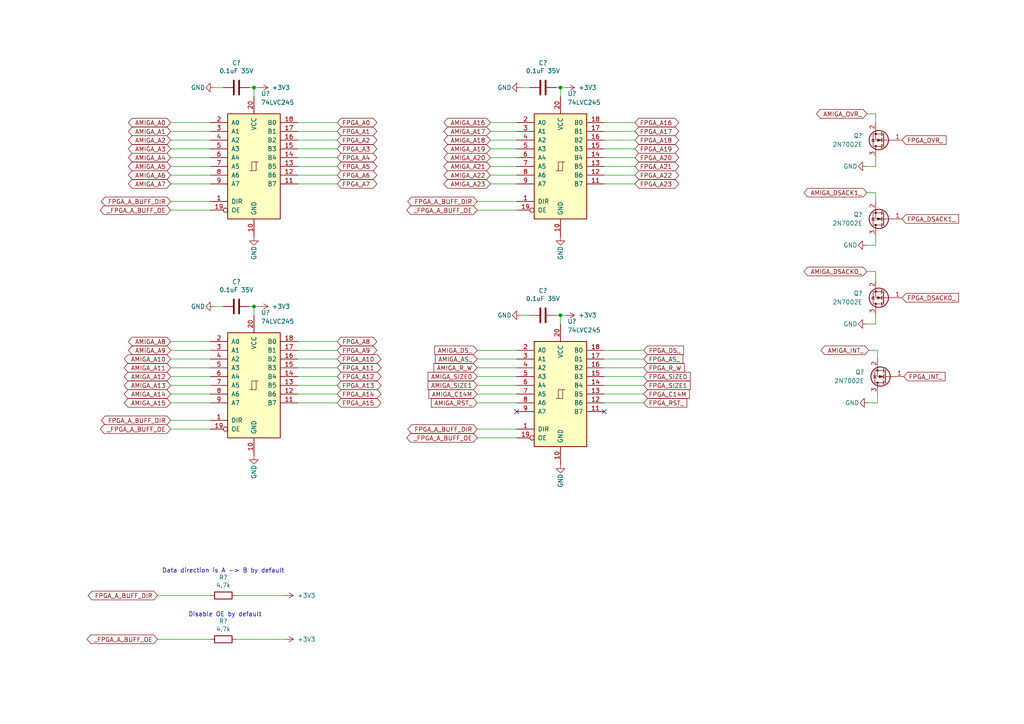
<source format=kicad_sch>
(kicad_sch (version 20211123) (generator eeschema)
  (paper "A4")
  (lib_symbols
    (symbol "Device:C" (pin_numbers hide) (pin_names (offset 0.254))
      (property "Reference" "C" (at 0.635 2.54 0))
      (property "Value" "C" (at 0.635 -2.54 0))
      (symbol "C_0_1"
        (polyline (pts (xy -2.032 -0.762) (xy 2.032 -0.762)) (stroke (width 0.508)))
        (polyline (pts (xy -2.032 0.762) (xy 2.032 0.762)) (stroke (width 0.508)))
      )
      (symbol "C_1_1"
        (pin passive line (at 0 3.81 270) (length 2.794) (name "~") (number "1"))
        (pin passive line (at 0 -3.81 90) (length 2.794) (name "~") (number "2"))
      )
    )
    (symbol "Device:R" (pin_numbers hide) (pin_names (offset 0))
      (property "Reference" "R" (at 2.032 0 90))
      (property "Value" "R" (at 0 0 90))
      (symbol "R_0_1"
        (rectangle (start -1.016 -2.54) (end 1.016 2.54) (stroke (width 0.254)))
      )
      (symbol "R_1_1"
        (pin passive line (at 0 3.81 270) (length 1.27) (name "~") (number "1"))
        (pin passive line (at 0 -3.81 90) (length 1.27) (name "~") (number "2"))
      )
    )
    (symbol "FreeVision:74LVC245" (pin_names (offset 1.016))
      (property "Reference" "U" (at -7.62 16.51 0))
      (property "Value" "74LVC245" (at -7.62 -16.51 0))
      (symbol "74LVC245_1_0"
        (polyline (pts (xy -0.635 -1.27) (xy -0.635 1.27) (xy 0.635 1.27)))
        (polyline (pts (xy -1.27 -1.27) (xy 0.635 -1.27) (xy 0.635 1.27) (xy 1.27 1.27)))
        (pin input line (at -12.7 -10.16 0) (length 5.08) (name "DIR") (number "1"))
        (pin power_in line (at 0 -20.32 90) (length 5.08) (name "GND") (number "10"))
        (pin tri_state line (at 12.7 -5.08 180) (length 5.08) (name "B7") (number "11"))
        (pin tri_state line (at 12.7 -2.54 180) (length 5.08) (name "B6") (number "12"))
        (pin tri_state line (at 12.7 0 180) (length 5.08) (name "B5") (number "13"))
        (pin tri_state line (at 12.7 2.54 180) (length 5.08) (name "B4") (number "14"))
        (pin tri_state line (at 12.7 5.08 180) (length 5.08) (name "B3") (number "15"))
        (pin tri_state line (at 12.7 7.62 180) (length 5.08) (name "B2") (number "16"))
        (pin tri_state line (at 12.7 10.16 180) (length 5.08) (name "B1") (number "17"))
        (pin tri_state line (at 12.7 12.7 180) (length 5.08) (name "B0") (number "18"))
        (pin input inverted (at -12.7 -12.7 0) (length 5.08) (name "OE") (number "19"))
        (pin tri_state line (at -12.7 12.7 0) (length 5.08) (name "A0") (number "2"))
        (pin power_in line (at 0 20.32 270) (length 5.08) (name "VCC") (number "20"))
        (pin tri_state line (at -12.7 10.16 0) (length 5.08) (name "A1") (number "3"))
        (pin tri_state line (at -12.7 7.62 0) (length 5.08) (name "A2") (number "4"))
        (pin tri_state line (at -12.7 5.08 0) (length 5.08) (name "A3") (number "5"))
        (pin tri_state line (at -12.7 2.54 0) (length 5.08) (name "A4") (number "6"))
        (pin tri_state line (at -12.7 0 0) (length 5.08) (name "A5") (number "7"))
        (pin tri_state line (at -12.7 -2.54 0) (length 5.08) (name "A6") (number "8"))
        (pin tri_state line (at -12.7 -5.08 0) (length 5.08) (name "A7") (number "9"))
      )
      (symbol "74LVC245_1_1"
        (rectangle (start -7.62 15.24) (end 7.62 -15.24) (stroke (width 0.254)) (fill (type background)))
      )
    )
    (symbol "Transistor_FET:2N7002E" (pin_names hide)
      (property "Reference" "Q" (at 5.08 1.905 0))
      (property "Value" "2N7002E" (at 5.08 0 0))
      (symbol "2N7002E_0_1"
        (polyline (pts (xy 0.254 0) (xy -2.54 0)))
        (polyline (pts (xy 0.254 1.905) (xy 0.254 -1.905)) (stroke (width 0.254)))
        (polyline (pts (xy 0.762 -1.27) (xy 0.762 -2.286)) (stroke (width 0.254)))
        (polyline (pts (xy 0.762 0.508) (xy 0.762 -0.508)) (stroke (width 0.254)))
        (polyline (pts (xy 0.762 2.286) (xy 0.762 1.27)) (stroke (width 0.254)))
        (polyline (pts (xy 2.54 2.54) (xy 2.54 1.778)))
        (polyline (pts (xy 2.54 -2.54) (xy 2.54 0) (xy 0.762 0)))
        (polyline (pts (xy 0.762 -1.778) (xy 3.302 -1.778) (xy 3.302 1.778) (xy 0.762 1.778)))
        (polyline (pts (xy 1.016 0) (xy 2.032 0.381) (xy 2.032 -0.381) (xy 1.016 0)) (fill (type outline)))
        (polyline (pts (xy 2.794 0.508) (xy 2.921 0.381) (xy 3.683 0.381) (xy 3.81 0.254)))
        (polyline (pts (xy 3.302 0.381) (xy 2.921 -0.254) (xy 3.683 -0.254) (xy 3.302 0.381)))
        (circle (center 1.651 0) (radius 2.794) (stroke (width 0.254)))
        (circle (center 2.54 -1.778) (radius 0.254) (fill (type outline)))
        (circle (center 2.54 1.778) (radius 0.254) (fill (type outline)))
      )
      (symbol "2N7002E_1_1"
        (pin input line (at -5.08 0 0) (length 2.54) (name "G") (number "1"))
        (pin passive line (at 2.54 -5.08 90) (length 2.54) (name "S") (number "2"))
        (pin passive line (at 2.54 5.08 270) (length 2.54) (name "D") (number "3"))
      )
    )
    (symbol "power:+3V3" (power) (pin_names (offset 0))
      (property "Value" "+3V3" (at 0 3.556 0))
      (symbol "+3V3_0_1"
        (polyline (pts (xy -0.762 1.27) (xy 0 2.54)))
        (polyline (pts (xy 0 0) (xy 0 2.54)))
        (polyline (pts (xy 0 2.54) (xy 0.762 1.27)))
      )
      (symbol "+3V3_1_1"
        (pin power_in line (at 0 0 90) (length 0) hide (name "+3V3") (number "1"))
      )
    )
    (symbol "power:GND" (power) (pin_names (offset 0))
      (property "Value" "GND" (at 0 -3.81 0))
      (symbol "GND_0_1"
        (polyline (pts (xy 0 0) (xy 0 -1.27) (xy 1.27 -1.27) (xy 0 -2.54) (xy -1.27 -1.27) (xy 0 -1.27)))
      )
      (symbol "GND_1_1"
        (pin power_in line (at 0 0 270) (length 0) hide (name "GND") (number "1"))
      )
    )
  )
  (junction (at 162.56 25.4))
  (junction (at 162.56 91.44))
  (junction (at 73.66 88.9))
  (junction (at 73.66 25.4))
  (no_connect (at 149.86 119.38))
  (no_connect (at 175.26 119.38))
  (wire (pts (xy 49.53 114.3) (xy 60.96 114.3)))
  (wire (pts (xy 49.53 99.06) (xy 60.96 99.06)))
  (wire (pts (xy 254 33.02) (xy 254 35.56)))
  (wire (pts (xy 175.26 104.14) (xy 186.69 104.14)))
  (wire (pts (xy 138.43 106.68) (xy 149.86 106.68)))
  (wire (pts (xy 161.29 25.4) (xy 162.56 25.4)))
  (wire (pts (xy 151.13 25.4) (xy 153.67 25.4)))
  (wire (pts (xy 86.36 106.68) (xy 97.79 106.68)))
  (wire (pts (xy 49.53 124.46) (xy 60.96 124.46)))
  (wire (pts (xy 142.24 45.72) (xy 149.86 45.72)))
  (wire (pts (xy 251.46 55.88) (xy 254 55.88)))
  (wire (pts (xy 175.26 35.56) (xy 184.15 35.56)))
  (wire (pts (xy 138.43 60.96) (xy 149.86 60.96)))
  (wire (pts (xy 138.43 124.46) (xy 149.86 124.46)))
  (wire (pts (xy 142.24 35.56) (xy 149.86 35.56)))
  (wire (pts (xy 251.968 101.6) (xy 254.508 101.6)))
  (wire (pts (xy 86.36 40.64) (xy 97.79 40.64)))
  (wire (pts (xy 49.53 48.26) (xy 60.96 48.26)))
  (wire (pts (xy 138.43 127) (xy 149.86 127)))
  (wire (pts (xy 254.508 114.3) (xy 254.508 116.84)))
  (wire (pts (xy 72.39 25.4) (xy 73.66 25.4)))
  (wire (pts (xy 142.24 53.34) (xy 149.86 53.34)))
  (wire (pts (xy 82.55 185.42) (xy 68.58 185.42)))
  (wire (pts (xy 142.24 40.64) (xy 149.86 40.64)))
  (wire (pts (xy 162.56 91.44) (xy 164.084 91.44)))
  (wire (pts (xy 86.36 48.26) (xy 97.79 48.26)))
  (wire (pts (xy 138.43 116.84) (xy 149.86 116.84)))
  (wire (pts (xy 45.72 172.72) (xy 60.96 172.72)))
  (wire (pts (xy 162.56 25.4) (xy 162.56 27.94)))
  (wire (pts (xy 142.24 38.1) (xy 149.86 38.1)))
  (wire (pts (xy 254 91.44) (xy 254 93.98)))
  (wire (pts (xy 86.36 45.72) (xy 97.79 45.72)))
  (wire (pts (xy 254 68.58) (xy 254 71.12)))
  (wire (pts (xy 175.26 101.6) (xy 186.69 101.6)))
  (wire (pts (xy 138.43 101.6) (xy 149.86 101.6)))
  (wire (pts (xy 254 71.12) (xy 251.46 71.12)))
  (wire (pts (xy 254 93.98) (xy 251.46 93.98)))
  (wire (pts (xy 86.36 35.56) (xy 97.79 35.56)))
  (wire (pts (xy 142.24 43.18) (xy 149.86 43.18)))
  (wire (pts (xy 142.24 48.26) (xy 149.86 48.26)))
  (wire (pts (xy 62.23 88.9) (xy 64.77 88.9)))
  (wire (pts (xy 175.26 38.1) (xy 184.15 38.1)))
  (wire (pts (xy 138.43 109.22) (xy 149.86 109.22)))
  (wire (pts (xy 49.53 60.96) (xy 60.96 60.96)))
  (wire (pts (xy 49.53 58.42) (xy 60.96 58.42)))
  (wire (pts (xy 49.53 40.64) (xy 60.96 40.64)))
  (wire (pts (xy 138.43 111.76) (xy 149.86 111.76)))
  (wire (pts (xy 86.36 50.8) (xy 97.79 50.8)))
  (wire (pts (xy 60.96 185.42) (xy 45.72 185.42)))
  (wire (pts (xy 251.46 78.74) (xy 254 78.74)))
  (wire (pts (xy 175.26 40.64) (xy 184.15 40.64)))
  (wire (pts (xy 175.26 106.68) (xy 186.69 106.68)))
  (wire (pts (xy 86.36 114.3) (xy 97.79 114.3)))
  (wire (pts (xy 254 48.26) (xy 251.46 48.26)))
  (wire (pts (xy 142.24 50.8) (xy 149.86 50.8)))
  (wire (pts (xy 49.53 53.34) (xy 60.96 53.34)))
  (wire (pts (xy 254 55.88) (xy 254 58.42)))
  (wire (pts (xy 175.26 53.34) (xy 184.15 53.34)))
  (wire (pts (xy 254 45.72) (xy 254 48.26)))
  (wire (pts (xy 254.508 101.6) (xy 254.508 104.14)))
  (wire (pts (xy 161.29 91.44) (xy 162.56 91.44)))
  (wire (pts (xy 49.53 101.6) (xy 60.96 101.6)))
  (wire (pts (xy 86.36 109.22) (xy 97.79 109.22)))
  (wire (pts (xy 73.66 25.4) (xy 75.184 25.4)))
  (wire (pts (xy 86.36 111.76) (xy 97.79 111.76)))
  (wire (pts (xy 151.13 91.44) (xy 153.67 91.44)))
  (wire (pts (xy 138.43 114.3) (xy 149.86 114.3)))
  (wire (pts (xy 49.53 38.1) (xy 60.96 38.1)))
  (wire (pts (xy 175.26 109.22) (xy 186.69 109.22)))
  (wire (pts (xy 86.36 38.1) (xy 97.79 38.1)))
  (wire (pts (xy 49.53 121.92) (xy 60.96 121.92)))
  (wire (pts (xy 175.26 116.84) (xy 186.69 116.84)))
  (wire (pts (xy 73.66 25.4) (xy 73.66 27.94)))
  (wire (pts (xy 49.53 43.18) (xy 60.96 43.18)))
  (wire (pts (xy 86.36 99.06) (xy 97.79 99.06)))
  (wire (pts (xy 68.58 172.72) (xy 82.55 172.72)))
  (wire (pts (xy 251.46 33.02) (xy 254 33.02)))
  (wire (pts (xy 175.26 114.3) (xy 186.69 114.3)))
  (wire (pts (xy 49.53 50.8) (xy 60.96 50.8)))
  (wire (pts (xy 49.53 104.14) (xy 60.96 104.14)))
  (wire (pts (xy 175.26 50.8) (xy 184.15 50.8)))
  (wire (pts (xy 175.26 43.18) (xy 184.15 43.18)))
  (wire (pts (xy 162.56 91.44) (xy 162.56 93.98)))
  (wire (pts (xy 49.53 106.68) (xy 60.96 106.68)))
  (wire (pts (xy 86.36 43.18) (xy 97.79 43.18)))
  (wire (pts (xy 49.53 35.56) (xy 60.96 35.56)))
  (wire (pts (xy 49.53 116.84) (xy 60.96 116.84)))
  (wire (pts (xy 138.43 104.14) (xy 149.86 104.14)))
  (wire (pts (xy 162.56 25.4) (xy 164.084 25.4)))
  (wire (pts (xy 49.53 111.76) (xy 60.96 111.76)))
  (wire (pts (xy 254.508 116.84) (xy 251.968 116.84)))
  (wire (pts (xy 86.36 116.84) (xy 97.79 116.84)))
  (wire (pts (xy 86.36 101.6) (xy 97.79 101.6)))
  (wire (pts (xy 138.43 58.42) (xy 149.86 58.42)))
  (wire (pts (xy 254 78.74) (xy 254 81.28)))
  (wire (pts (xy 73.66 88.9) (xy 73.66 91.44)))
  (wire (pts (xy 175.26 111.76) (xy 186.69 111.76)))
  (wire (pts (xy 86.36 104.14) (xy 97.79 104.14)))
  (wire (pts (xy 49.53 45.72) (xy 60.96 45.72)))
  (wire (pts (xy 175.26 45.72) (xy 184.15 45.72)))
  (wire (pts (xy 86.36 53.34) (xy 97.79 53.34)))
  (wire (pts (xy 62.23 25.4) (xy 64.77 25.4)))
  (wire (pts (xy 175.26 48.26) (xy 184.15 48.26)))
  (wire (pts (xy 72.39 88.9) (xy 73.66 88.9)))
  (wire (pts (xy 73.66 88.9) (xy 75.184 88.9)))
  (wire (pts (xy 49.53 109.22) (xy 60.96 109.22)))
  (text "Disable OE by default" (at 54.61 179.07 0) (effects (font (size 1.27 1.27)) (justify left bottom)))
  (text "Data direction is A -> B by default" (at 46.99 166.37 0) (effects (font (size 1.27 1.27)) (justify left bottom)))
  (global_label "FPGA_A10" (shape bidirectional) (at 97.79 104.14 0) (property "Intersheet References" "${INTERSHEET_REFS}" (effects hide)))
  (global_label "AMIGA_A2" (shape bidirectional) (at 49.53 40.64 180) (property "Intersheet References" "${INTERSHEET_REFS}" (effects hide)))
  (global_label "AMIGA_A8" (shape bidirectional) (at 49.53 99.06 180) (property "Intersheet References" "${INTERSHEET_REFS}" (effects hide)))
  (global_label "FPGA_A5" (shape bidirectional) (at 97.79 48.26 0) (property "Intersheet References" "${INTERSHEET_REFS}" (effects hide)))
  (global_label "_FPGA_A_BUFF_OE" (shape bidirectional) (at 49.53 124.46 180) (property "Intersheet References" "${INTERSHEET_REFS}" (effects hide)))
  (global_label "AMIGA_DS_" (shape input) (at 138.43 101.6 180) (property "Intersheet References" "${INTERSHEET_REFS}" (effects hide)))
  (global_label "FPGA_INT_" (shape input) (at 262.128 109.22 0) (property "Intersheet References" "${INTERSHEET_REFS}" (effects hide)))
  (global_label "FPGA_DSACK0_" (shape input) (at 261.62 86.36 0) (property "Intersheet References" "${INTERSHEET_REFS}" (effects hide)))
  (global_label "AMIGA_A14" (shape bidirectional) (at 49.53 114.3 180) (property "Intersheet References" "${INTERSHEET_REFS}" (effects hide)))
  (global_label "FPGA_OVR_" (shape input) (at 261.62 40.64 0) (property "Intersheet References" "${INTERSHEET_REFS}" (effects hide)))
  (global_label "FPGA_A2" (shape bidirectional) (at 97.79 40.64 0) (property "Intersheet References" "${INTERSHEET_REFS}" (effects hide)))
  (global_label "AMIGA_A11" (shape bidirectional) (at 49.53 106.68 180) (property "Intersheet References" "${INTERSHEET_REFS}" (effects hide)))
  (global_label "FPGA_A16" (shape bidirectional) (at 184.15 35.56 0) (property "Intersheet References" "${INTERSHEET_REFS}" (effects hide)))
  (global_label "FPGA_AS_" (shape input) (at 186.69 104.14 0) (property "Intersheet References" "${INTERSHEET_REFS}" (effects hide)))
  (global_label "FPGA_A19" (shape bidirectional) (at 184.15 43.18 0) (property "Intersheet References" "${INTERSHEET_REFS}" (effects hide)))
  (global_label "AMIGA_A23" (shape bidirectional) (at 142.24 53.34 180) (property "Intersheet References" "${INTERSHEET_REFS}" (effects hide)))
  (global_label "AMIGA_SIZE0" (shape input) (at 138.43 109.22 180) (property "Intersheet References" "${INTERSHEET_REFS}" (effects hide)))
  (global_label "FPGA_DSACK1_" (shape input) (at 261.62 63.5 0) (property "Intersheet References" "${INTERSHEET_REFS}" (effects hide)))
  (global_label "FPGA_A_BUFF_DIR" (shape bidirectional) (at 49.53 58.42 180) (property "Intersheet References" "${INTERSHEET_REFS}" (effects hide)))
  (global_label "FPGA_A18" (shape bidirectional) (at 184.15 40.64 0) (property "Intersheet References" "${INTERSHEET_REFS}" (effects hide)))
  (global_label "FPGA_A3" (shape bidirectional) (at 97.79 43.18 0) (property "Intersheet References" "${INTERSHEET_REFS}" (effects hide)))
  (global_label "FPGA_RST_" (shape input) (at 186.69 116.84 0) (property "Intersheet References" "${INTERSHEET_REFS}" (effects hide)))
  (global_label "AMIGA_A0" (shape bidirectional) (at 49.53 35.56 180) (property "Intersheet References" "${INTERSHEET_REFS}" (effects hide)))
  (global_label "AMIGA_A9" (shape bidirectional) (at 49.53 101.6 180) (property "Intersheet References" "${INTERSHEET_REFS}" (effects hide)))
  (global_label "AMIGA_A12" (shape bidirectional) (at 49.53 109.22 180) (property "Intersheet References" "${INTERSHEET_REFS}" (effects hide)))
  (global_label "FPGA_A23" (shape bidirectional) (at 184.15 53.34 0) (property "Intersheet References" "${INTERSHEET_REFS}" (effects hide)))
  (global_label "FPGA_A9" (shape bidirectional) (at 97.79 101.6 0) (property "Intersheet References" "${INTERSHEET_REFS}" (effects hide)))
  (global_label "AMIGA_OVR_" (shape bidirectional) (at 251.46 33.02 180) (property "Intersheet References" "${INTERSHEET_REFS}" (effects hide)))
  (global_label "AMIGA_A21" (shape bidirectional) (at 142.24 48.26 180) (property "Intersheet References" "${INTERSHEET_REFS}" (effects hide)))
  (global_label "AMIGA_A3" (shape bidirectional) (at 49.53 43.18 180) (property "Intersheet References" "${INTERSHEET_REFS}" (effects hide)))
  (global_label "FPGA_C14M" (shape input) (at 186.69 114.3 0) (property "Intersheet References" "${INTERSHEET_REFS}" (effects hide)))
  (global_label "AMIGA_A20" (shape bidirectional) (at 142.24 45.72 180) (property "Intersheet References" "${INTERSHEET_REFS}" (effects hide)))
  (global_label "FPGA_SIZE0" (shape input) (at 186.69 109.22 0) (property "Intersheet References" "${INTERSHEET_REFS}" (effects hide)))
  (global_label "AMIGA_A16" (shape bidirectional) (at 142.24 35.56 180) (property "Intersheet References" "${INTERSHEET_REFS}" (effects hide)))
  (global_label "_FPGA_A_BUFF_OE" (shape bidirectional) (at 138.43 60.96 180) (property "Intersheet References" "${INTERSHEET_REFS}" (effects hide)))
  (global_label "AMIGA_SIZE1" (shape input) (at 138.43 111.76 180) (property "Intersheet References" "${INTERSHEET_REFS}" (effects hide)))
  (global_label "FPGA_A17" (shape bidirectional) (at 184.15 38.1 0) (property "Intersheet References" "${INTERSHEET_REFS}" (effects hide)))
  (global_label "FPGA_A8" (shape bidirectional) (at 97.79 99.06 0) (property "Intersheet References" "${INTERSHEET_REFS}" (effects hide)))
  (global_label "AMIGA_A6" (shape bidirectional) (at 49.53 50.8 180) (property "Intersheet References" "${INTERSHEET_REFS}" (effects hide)))
  (global_label "AMIGA_A17" (shape bidirectional) (at 142.24 38.1 180) (property "Intersheet References" "${INTERSHEET_REFS}" (effects hide)))
  (global_label "FPGA_A21" (shape bidirectional) (at 184.15 48.26 0) (property "Intersheet References" "${INTERSHEET_REFS}" (effects hide)))
  (global_label "AMIGA_INT_" (shape bidirectional) (at 251.968 101.6 180) (property "Intersheet References" "${INTERSHEET_REFS}" (effects hide)))
  (global_label "AMIGA_A7" (shape bidirectional) (at 49.53 53.34 180) (property "Intersheet References" "${INTERSHEET_REFS}" (effects hide)))
  (global_label "AMIGA_A22" (shape bidirectional) (at 142.24 50.8 180) (property "Intersheet References" "${INTERSHEET_REFS}" (effects hide)))
  (global_label "FPGA_A13" (shape bidirectional) (at 97.79 111.76 0) (property "Intersheet References" "${INTERSHEET_REFS}" (effects hide)))
  (global_label "AMIGA_AS_" (shape input) (at 138.43 104.14 180) (property "Intersheet References" "${INTERSHEET_REFS}" (effects hide)))
  (global_label "FPGA_A_BUFF_DIR" (shape bidirectional) (at 45.72 172.72 180) (property "Intersheet References" "${INTERSHEET_REFS}" (effects hide)))
  (global_label "_FPGA_A_BUFF_OE" (shape bidirectional) (at 138.43 127 180) (property "Intersheet References" "${INTERSHEET_REFS}" (effects hide)))
  (global_label "FPGA_A22" (shape bidirectional) (at 184.15 50.8 0) (property "Intersheet References" "${INTERSHEET_REFS}" (effects hide)))
  (global_label "AMIGA_A4" (shape bidirectional) (at 49.53 45.72 180) (property "Intersheet References" "${INTERSHEET_REFS}" (effects hide)))
  (global_label "AMIGA_DSACK1_" (shape bidirectional) (at 251.46 55.88 180) (property "Intersheet References" "${INTERSHEET_REFS}" (effects hide)))
  (global_label "AMIGA_A5" (shape bidirectional) (at 49.53 48.26 180) (property "Intersheet References" "${INTERSHEET_REFS}" (effects hide)))
  (global_label "_FPGA_A_BUFF_OE" (shape bidirectional) (at 45.72 185.42 180) (property "Intersheet References" "${INTERSHEET_REFS}" (effects hide)))
  (global_label "FPGA_SIZE1" (shape input) (at 186.69 111.76 0) (property "Intersheet References" "${INTERSHEET_REFS}" (effects hide)))
  (global_label "AMIGA_A1" (shape bidirectional) (at 49.53 38.1 180) (property "Intersheet References" "${INTERSHEET_REFS}" (effects hide)))
  (global_label "FPGA_R_W" (shape input) (at 186.69 106.68 0) (property "Intersheet References" "${INTERSHEET_REFS}" (effects hide)))
  (global_label "AMIGA_A15" (shape bidirectional) (at 49.53 116.84 180) (property "Intersheet References" "${INTERSHEET_REFS}" (effects hide)))
  (global_label "FPGA_A20" (shape bidirectional) (at 184.15 45.72 0) (property "Intersheet References" "${INTERSHEET_REFS}" (effects hide)))
  (global_label "FPGA_A1" (shape bidirectional) (at 97.79 38.1 0) (property "Intersheet References" "${INTERSHEET_REFS}" (effects hide)))
  (global_label "AMIGA_R_W" (shape input) (at 138.43 106.68 180) (property "Intersheet References" "${INTERSHEET_REFS}" (effects hide)))
  (global_label "FPGA_A_BUFF_DIR" (shape bidirectional) (at 138.43 124.46 180) (property "Intersheet References" "${INTERSHEET_REFS}" (effects hide)))
  (global_label "FPGA_A11" (shape bidirectional) (at 97.79 106.68 0) (property "Intersheet References" "${INTERSHEET_REFS}" (effects hide)))
  (global_label "FPGA_A_BUFF_DIR" (shape bidirectional) (at 49.53 121.92 180) (property "Intersheet References" "${INTERSHEET_REFS}" (effects hide)))
  (global_label "_FPGA_A_BUFF_OE" (shape bidirectional) (at 49.53 60.96 180) (property "Intersheet References" "${INTERSHEET_REFS}" (effects hide)))
  (global_label "FPGA_DS_" (shape input) (at 186.69 101.6 0) (property "Intersheet References" "${INTERSHEET_REFS}" (effects hide)))
  (global_label "FPGA_A15" (shape bidirectional) (at 97.79 116.84 0) (property "Intersheet References" "${INTERSHEET_REFS}" (effects hide)))
  (global_label "FPGA_A_BUFF_DIR" (shape bidirectional) (at 138.43 58.42 180) (property "Intersheet References" "${INTERSHEET_REFS}" (effects hide)))
  (global_label "FPGA_A7" (shape bidirectional) (at 97.79 53.34 0) (property "Intersheet References" "${INTERSHEET_REFS}" (effects hide)))
  (global_label "FPGA_A0" (shape bidirectional) (at 97.79 35.56 0) (property "Intersheet References" "${INTERSHEET_REFS}" (effects hide)))
  (global_label "FPGA_A6" (shape bidirectional) (at 97.79 50.8 0) (property "Intersheet References" "${INTERSHEET_REFS}" (effects hide)))
  (global_label "FPGA_A4" (shape bidirectional) (at 97.79 45.72 0) (property "Intersheet References" "${INTERSHEET_REFS}" (effects hide)))
  (global_label "AMIGA_DSACK0_" (shape bidirectional) (at 251.46 78.74 180) (property "Intersheet References" "${INTERSHEET_REFS}" (effects hide)))
  (global_label "AMIGA_C14M" (shape input) (at 138.43 114.3 180) (property "Intersheet References" "${INTERSHEET_REFS}" (effects hide)))
  (global_label "AMIGA_A19" (shape bidirectional) (at 142.24 43.18 180) (property "Intersheet References" "${INTERSHEET_REFS}" (effects hide)))
  (global_label "AMIGA_RST_" (shape input) (at 138.43 116.84 180) (property "Intersheet References" "${INTERSHEET_REFS}" (effects hide)))
  (global_label "FPGA_A14" (shape bidirectional) (at 97.79 114.3 0) (property "Intersheet References" "${INTERSHEET_REFS}" (effects hide)))
  (global_label "FPGA_A12" (shape bidirectional) (at 97.79 109.22 0) (property "Intersheet References" "${INTERSHEET_REFS}" (effects hide)))
  (global_label "AMIGA_A10" (shape bidirectional) (at 49.53 104.14 180) (property "Intersheet References" "${INTERSHEET_REFS}" (effects hide)))
  (global_label "AMIGA_A18" (shape bidirectional) (at 142.24 40.64 180) (property "Intersheet References" "${INTERSHEET_REFS}" (effects hide)))
  (global_label "AMIGA_A13" (shape bidirectional) (at 49.53 111.76 180) (property "Intersheet References" "${INTERSHEET_REFS}" (effects hide)))
  (symbol (lib_id "FreeVision:74LVC245") (at 162.56 48.26 0) (unit 1)
    (property "Reference" "U?" (at 164.5794 27.178 0) (effects (justify left)))
    (property "Value" "74LVC245" (at 164.5794 29.718 0) (effects (justify left)))
    (property "Datasheet" "http://www.ti.com/lit/gpn/sn74HC245" (effects hide))
  )
  (symbol (lib_id "Transistor_FET:2N7002E") (at 256.54 40.64 180) (unit 1)
    (property "Reference" "Q?" (at 250.19 39.3699 0) (effects (justify left)))
    (property "Value" "2N7002E" (at 250.19 41.9099 0) (effects (justify left)))
    (property "Footprint" "Package_TO_SOT_SMD:SOT-23" (effects hide))
    (property "Datasheet" "http://www.diodes.com/assets/Datasheets/ds30376.pdf" (effects hide))
  )
  (symbol (lib_id "power:GND") (at 62.23 88.9 270) (unit 1)
    (property "Reference" "#PWR?" (effects hide))
    (property "Value" "GND" (at 55.372 88.9 90) (effects (justify left)))
  )
  (symbol (lib_id "Device:C") (at 157.48 25.4 90) (unit 1)
    (property "Reference" "C?" (at 157.48 18.2626 90))
    (property "Value" "0.1uF 35V" (at 157.48 20.574 90))
    (property "Footprint" "Capacitor_SMD:C_0402_1005Metric" (effects hide))
  )
  (symbol (lib_id "FreeVision:74LVC245") (at 162.56 114.3 0) (unit 1)
    (property "Reference" "U?" (at 164.5794 93.218 0) (effects (justify left)))
    (property "Value" "74LVC245" (at 164.5794 95.758 0) (effects (justify left)))
    (property "Datasheet" "http://www.ti.com/lit/gpn/sn74HC245" (effects hide))
  )
  (symbol (lib_id "power:+3V3") (at 164.084 25.4 270) (unit 1)
    (property "Reference" "#PWR?" (effects hide))
    (property "Value" "+3V3" (at 167.7416 25.3999 90) (effects (justify left)))
  )
  (symbol (lib_id "power:GND") (at 62.23 25.4 270) (unit 1)
    (property "Reference" "#PWR?" (effects hide))
    (property "Value" "GND" (at 55.372 25.4 90) (effects (justify left)))
  )
  (symbol (lib_id "power:+3V3") (at 75.184 25.4 270) (unit 1)
    (property "Reference" "#PWR?" (effects hide))
    (property "Value" "+3V3" (at 78.8416 25.3999 90) (effects (justify left)))
  )
  (symbol (lib_id "power:GND") (at 251.968 116.84 270) (unit 1)
    (property "Reference" "#PWR?" (effects hide))
    (property "Value" "GND" (at 245.11 116.84 90) (effects (justify left)))
  )
  (symbol (lib_id "power:GND") (at 73.66 132.08 0) (unit 1)
    (property "Reference" "#PWR?" (effects hide))
    (property "Value" "GND" (at 73.66 138.938 90) (effects (justify left)))
  )
  (symbol (lib_id "Transistor_FET:2N7002E") (at 257.048 109.22 180) (unit 1)
    (property "Reference" "Q?" (at 250.698 107.9499 0) (effects (justify left)))
    (property "Value" "2N7002E" (at 250.698 110.4899 0) (effects (justify left)))
    (property "Footprint" "Package_TO_SOT_SMD:SOT-23" (effects hide))
    (property "Datasheet" "http://www.diodes.com/assets/Datasheets/ds30376.pdf" (effects hide))
  )
  (symbol (lib_id "power:+3V3") (at 75.184 88.9 270) (unit 1)
    (property "Reference" "#PWR?" (effects hide))
    (property "Value" "+3V3" (at 78.8416 88.8999 90) (effects (justify left)))
  )
  (symbol (lib_id "Device:R") (at 64.77 172.72 270) (unit 1)
    (property "Reference" "R?" (at 64.77 167.4622 90))
    (property "Value" "4.7k" (at 64.77 169.7736 90))
    (property "Footprint" "Resistor_SMD:R_0603_1608Metric_Pad1.05x0.95mm_HandSolder" (effects hide))
  )
  (symbol (lib_id "Device:C") (at 68.58 25.4 90) (unit 1)
    (property "Reference" "C?" (at 68.58 18.2626 90))
    (property "Value" "0.1uF 35V" (at 68.58 20.574 90))
    (property "Footprint" "Capacitor_SMD:C_0402_1005Metric" (effects hide))
  )
  (symbol (lib_id "power:+3V3") (at 164.084 91.44 270) (unit 1)
    (property "Reference" "#PWR?" (effects hide))
    (property "Value" "+3V3" (at 167.7416 91.4399 90) (effects (justify left)))
  )
  (symbol (lib_id "FreeVision:74LVC245") (at 73.66 48.26 0) (unit 1)
    (property "Reference" "U?" (at 75.6794 27.178 0) (effects (justify left)))
    (property "Value" "74LVC245" (at 75.6794 29.718 0) (effects (justify left)))
    (property "Datasheet" "http://www.ti.com/lit/gpn/sn74HC245" (effects hide))
  )
  (symbol (lib_id "power:GND") (at 251.46 93.98 270) (unit 1)
    (property "Reference" "#PWR?" (effects hide))
    (property "Value" "GND" (at 244.602 93.98 90) (effects (justify left)))
  )
  (symbol (lib_id "Device:R") (at 64.77 185.42 270) (unit 1)
    (property "Reference" "R?" (at 64.77 180.1622 90))
    (property "Value" "4.7k" (at 64.77 182.4736 90))
    (property "Footprint" "Resistor_SMD:R_0603_1608Metric_Pad1.05x0.95mm_HandSolder" (effects hide))
  )
  (symbol (lib_id "power:GND") (at 251.46 71.12 270) (unit 1)
    (property "Reference" "#PWR?" (effects hide))
    (property "Value" "GND" (at 244.602 71.12 90) (effects (justify left)))
  )
  (symbol (lib_id "Device:C") (at 68.58 88.9 90) (unit 1)
    (property "Reference" "C?" (at 68.58 81.7626 90))
    (property "Value" "0.1uF 35V" (at 68.58 84.074 90))
    (property "Footprint" "Capacitor_SMD:C_0402_1005Metric" (effects hide))
  )
  (symbol (lib_id "power:GND") (at 162.56 134.62 0) (unit 1)
    (property "Reference" "#PWR?" (effects hide))
    (property "Value" "GND" (at 162.56 141.478 90) (effects (justify left)))
  )
  (symbol (lib_id "power:GND") (at 151.13 25.4 270) (unit 1)
    (property "Reference" "#PWR?" (effects hide))
    (property "Value" "GND" (at 144.272 25.4 90) (effects (justify left)))
  )
  (symbol (lib_id "power:+3V3") (at 82.55 185.42 270) (unit 1)
    (property "Reference" "#PWR?" (effects hide))
    (property "Value" "+3V3" (at 86.2076 185.4199 90) (effects (justify left)))
  )
  (symbol (lib_id "power:GND") (at 162.56 68.58 0) (unit 1)
    (property "Reference" "#PWR?" (effects hide))
    (property "Value" "GND" (at 162.56 75.438 90) (effects (justify left)))
  )
  (symbol (lib_id "Transistor_FET:2N7002E") (at 256.54 63.5 180) (unit 1)
    (property "Reference" "Q?" (at 250.19 62.2299 0) (effects (justify left)))
    (property "Value" "2N7002E" (at 250.19 64.7699 0) (effects (justify left)))
    (property "Footprint" "Package_TO_SOT_SMD:SOT-23" (effects hide))
    (property "Datasheet" "http://www.diodes.com/assets/Datasheets/ds30376.pdf" (effects hide))
  )
  (symbol (lib_id "power:GND") (at 251.46 48.26 270) (unit 1)
    (property "Reference" "#PWR?" (effects hide))
    (property "Value" "GND" (at 244.602 48.26 90) (effects (justify left)))
  )
  (symbol (lib_id "power:GND") (at 73.66 68.58 0) (unit 1)
    (property "Reference" "#PWR?" (effects hide))
    (property "Value" "GND" (at 73.66 75.438 90) (effects (justify left)))
  )
  (symbol (lib_id "power:GND") (at 151.13 91.44 270) (unit 1)
    (property "Reference" "#PWR?" (effects hide))
    (property "Value" "GND" (at 144.272 91.44 90) (effects (justify left)))
  )
  (symbol (lib_id "Transistor_FET:2N7002E") (at 256.54 86.36 180) (unit 1)
    (property "Reference" "Q?" (at 250.19 85.0899 0) (effects (justify left)))
    (property "Value" "2N7002E" (at 250.19 87.6299 0) (effects (justify left)))
    (property "Footprint" "Package_TO_SOT_SMD:SOT-23" (effects hide))
    (property "Datasheet" "http://www.diodes.com/assets/Datasheets/ds30376.pdf" (effects hide))
  )
  (symbol (lib_id "power:+3V3") (at 82.55 172.72 270) (unit 1)
    (property "Reference" "#PWR?" (effects hide))
    (property "Value" "+3V3" (at 86.2076 172.7199 90) (effects (justify left)))
  )
  (symbol (lib_id "Device:C") (at 157.48 91.44 90) (unit 1)
    (property "Reference" "C?" (at 157.48 84.3026 90))
    (property "Value" "0.1uF 35V" (at 157.48 86.614 90))
    (property "Footprint" "Capacitor_SMD:C_0402_1005Metric" (effects hide))
  )
  (symbol (lib_id "FreeVision:74LVC245") (at 73.66 111.76 0) (unit 1)
    (property "Reference" "U?" (at 75.6794 90.678 0) (effects (justify left)))
    (property "Value" "74LVC245" (at 75.6794 93.218 0) (effects (justify left)))
    (property "Datasheet" "http://www.ti.com/lit/gpn/sn74HC245" (effects hide))
  )
)
</source>
